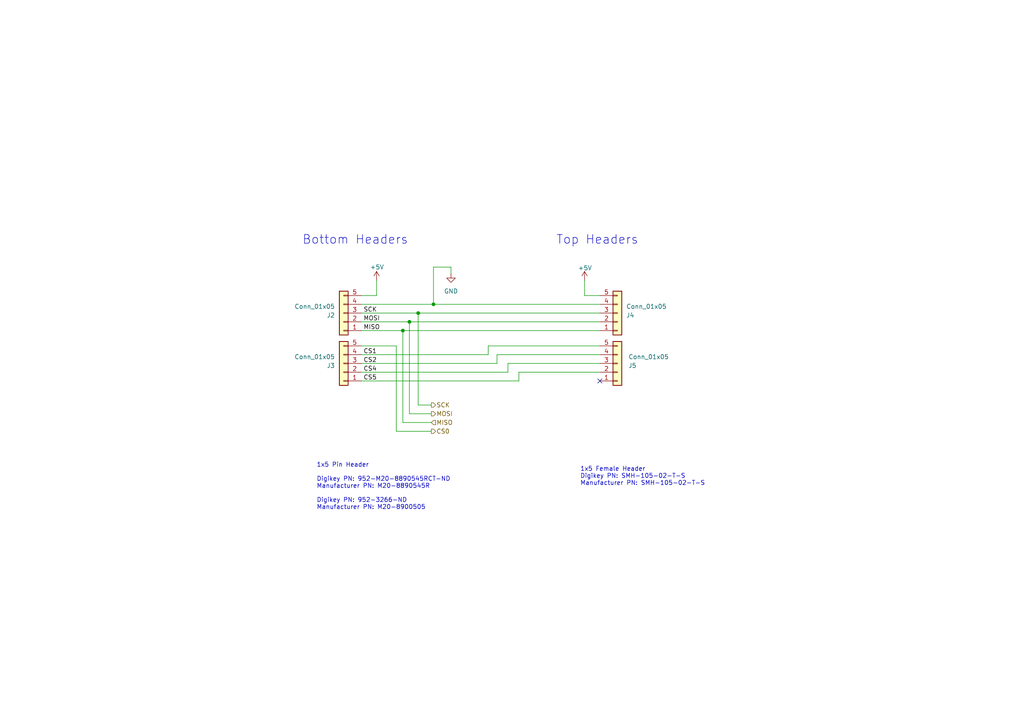
<source format=kicad_sch>
(kicad_sch (version 20250114) (generator "eeschema") (generator_version "9.0")
  (paper "A4")
  (lib_symbols
    (symbol "Connector_Generic:Conn_01x05" (pin_names (offset 1.016) (hide yes))
      (property "Reference" "J" (at 0 7.62 0))
      (property "Value" "Conn_01x05" (at 0 -7.62 0))
      (symbol "Conn_01x05_1_1"
        (rectangle (start -1.27 6.35) (end 1.27 -6.35) (stroke (width 0.254)) (fill (type background)))
        (rectangle (start -1.27 5.207) (end 0 4.953) (stroke (width 0.1524)))
        (rectangle (start -1.27 2.667) (end 0 2.413) (stroke (width 0.1524)))
        (rectangle (start -1.27 0.127) (end 0 -0.127) (stroke (width 0.1524)))
        (rectangle (start -1.27 -2.413) (end 0 -2.667) (stroke (width 0.1524)))
        (rectangle (start -1.27 -4.953) (end 0 -5.207) (stroke (width 0.1524)))
        (pin passive line (at -5.08 5.08 0) (length 3.81) (name "Pin_1") (number "1"))
        (pin passive line (at -5.08 2.54 0) (length 3.81) (name "Pin_2") (number "2"))
        (pin passive line (at -5.08 0 0) (length 3.81) (name "Pin_3") (number "3"))
        (pin passive line (at -5.08 -2.54 0) (length 3.81) (name "Pin_4") (number "4"))
        (pin passive line (at -5.08 -5.08 0) (length 3.81) (name "Pin_5") (number "5"))
      )
    )
    (symbol "power:+5V" (power) (pin_names (offset 0))
      (property "Value" "+5V" (at 0 3.556 0))
      (symbol "+5V_0_1"
        (polyline (pts (xy -0.762 1.27) (xy 0 2.54)))
        (polyline (pts (xy 0 2.54) (xy 0.762 1.27)))
        (polyline (pts (xy 0 0) (xy 0 2.54)))
      )
      (symbol "+5V_1_1"
        (pin power_in line (at 0 0 90) (length 0) (hide yes) (name "+5V") (number "1"))
      )
    )
    (symbol "power:GND" (power) (pin_names (offset 0))
      (property "Value" "GND" (at 0 -3.81 0))
      (symbol "GND_0_1"
        (polyline (pts (xy 0 0) (xy 0 -1.27) (xy 1.27 -1.27) (xy 0 -2.54) (xy -1.27 -1.27) (xy 0 -1.27)))
      )
      (symbol "GND_1_1"
        (pin power_in line (at 0 0 270) (length 0) (hide yes) (name "GND") (number "1"))
      )
    )
  )
  (text "1x5 Pin Header\n\nDigikey PN: 952-M20-8890545RCT-ND\nManufacturer PN: M20-8890545R\n\nDigikey PN: 952-3266-ND\nManufacturer PN: M20-8900505" (at 91.821 147.955 0) (effects (font (size 1.27 1.27)) (justify left bottom)))
  (text "Top Headers" (at 161.29 71.12 0) (effects (font (size 2.54 2.54)) (justify left bottom)))
  (text "1x5 Female Header\nDigikey PN: SMH-105-02-T-S\nManufacturer PN: SMH-105-02-T-S" (at 168.275 140.97 0) (effects (font (size 1.27 1.27)) (justify left bottom)))
  (text "Bottom Headers" (at 87.63 71.12 0) (effects (font (size 2.54 2.54)) (justify left bottom)))
  (junction (at 116.84 95.885))
  (junction (at 121.285 90.805))
  (junction (at 125.73 88.265))
  (junction (at 118.745 93.345))
  (no_connect (at 173.99 110.49))
  (wire (pts (xy 114.935 100.33) (xy 104.775 100.33)))
  (wire (pts (xy 125.095 125.095) (xy 114.935 125.095)))
  (wire (pts (xy 104.775 110.49) (xy 150.495 110.49)))
  (wire (pts (xy 121.285 90.805) (xy 121.285 117.475)))
  (wire (pts (xy 125.73 77.47) (xy 130.81 77.47)))
  (wire (pts (xy 125.73 88.265) (xy 125.73 77.47)))
  (wire (pts (xy 173.99 85.725) (xy 169.545 85.725)))
  (wire (pts (xy 141.605 102.87) (xy 141.605 100.33)))
  (wire (pts (xy 116.84 95.885) (xy 116.84 122.555)))
  (wire (pts (xy 116.84 95.885) (xy 173.99 95.885)))
  (wire (pts (xy 144.145 102.87) (xy 173.99 102.87)))
  (wire (pts (xy 121.285 90.805) (xy 173.99 90.805)))
  (wire (pts (xy 118.745 120.015) (xy 125.095 120.015)))
  (wire (pts (xy 125.73 88.265) (xy 173.99 88.265)))
  (wire (pts (xy 104.775 90.805) (xy 121.285 90.805)))
  (wire (pts (xy 104.775 85.725) (xy 109.22 85.725)))
  (wire (pts (xy 130.81 77.47) (xy 130.81 79.375)))
  (wire (pts (xy 118.745 93.345) (xy 173.99 93.345)))
  (wire (pts (xy 150.495 110.49) (xy 150.495 107.95)))
  (wire (pts (xy 116.84 122.555) (xy 125.095 122.555)))
  (wire (pts (xy 104.775 93.345) (xy 118.745 93.345)))
  (wire (pts (xy 141.605 100.33) (xy 173.99 100.33)))
  (wire (pts (xy 104.775 105.41) (xy 144.145 105.41)))
  (wire (pts (xy 147.32 107.95) (xy 147.32 105.41)))
  (wire (pts (xy 144.145 105.41) (xy 144.145 102.87)))
  (wire (pts (xy 114.935 125.095) (xy 114.935 100.33)))
  (wire (pts (xy 147.32 105.41) (xy 173.99 105.41)))
  (wire (pts (xy 104.775 107.95) (xy 147.32 107.95)))
  (wire (pts (xy 169.545 81.28) (xy 169.545 85.725)))
  (wire (pts (xy 104.775 88.265) (xy 125.73 88.265)))
  (wire (pts (xy 104.775 102.87) (xy 141.605 102.87)))
  (wire (pts (xy 150.495 107.95) (xy 173.99 107.95)))
  (wire (pts (xy 121.285 117.475) (xy 125.095 117.475)))
  (wire (pts (xy 109.22 81.28) (xy 109.22 85.725)))
  (wire (pts (xy 104.775 95.885) (xy 116.84 95.885)))
  (wire (pts (xy 118.745 93.345) (xy 118.745 120.015)))
  (label "CS1" (at 105.41 102.87 0))
  (label "MOSI" (at 105.41 93.345 0))
  (label "SCK" (at 105.41 90.805 0))
  (label "CS2" (at 105.41 105.41 0))
  (label "CS5" (at 105.41 110.49 0))
  (label "MISO" (at 105.41 95.885 0))
  (label "CS4" (at 105.41 107.95 0))
  (hierarchical_label "CS0" (shape output) (at 125.095 125.095 0))
  (hierarchical_label "MOSI" (shape output) (at 125.095 120.015 0))
  (hierarchical_label "SCK" (shape output) (at 125.095 117.475 0))
  (hierarchical_label "MISO" (shape input) (at 125.095 122.555 0))
  (symbol (lib_id "power:+5V") (at 169.545 81.28 0) (unit 1)
    (property "Reference" "#PWR070" (effects (hide yes)))
    (property "Value" "+5V" (at 169.672 77.724 0))
  )
  (symbol (lib_id "power:+5V") (at 109.22 81.28 0) (mirror y) (unit 1)
    (property "Reference" "#PWR056" (effects (hide yes)))
    (property "Value" "+5V" (at 109.347 77.47 0))
  )
  (symbol (lib_id "power:GND") (at 130.81 79.375 0) (unit 1)
    (property "Reference" "#PWR069" (effects (hide yes)))
    (property "Value" "GND" (at 130.81 84.455 0))
  )
  (symbol (lib_id "Connector_Generic:Conn_01x05") (at 179.07 105.41 0) (mirror x) (unit 1)
    (property "Reference" "J5" (at 182.245 106.045 0) (effects (justify left)))
    (property "Value" "Conn_01x05" (at 182.245 103.505 0) (effects (justify left)))
    (property "Footprint" "panel_custom:ConnRcpt_1x5_SMH-105-02-X-S" (effects (hide yes)))
  )
  (symbol (lib_id "Connector_Generic:Conn_01x05") (at 99.695 90.805 180) (unit 1)
    (property "Reference" "J2" (at 97.155 91.44 0) (effects (justify left)))
    (property "Value" "Conn_01x05" (at 97.155 88.9 0) (effects (justify left)))
    (property "Footprint" "panel_custom:PinHeader_1x5_M20-8890545R" (effects (hide yes)))
  )
  (symbol (lib_id "Connector_Generic:Conn_01x05") (at 179.07 90.805 0) (mirror x) (unit 1)
    (property "Reference" "J4" (at 181.61 91.44 0) (effects (justify left)))
    (property "Value" "Conn_01x05" (at 181.61 88.9 0) (effects (justify left)))
    (property "Footprint" "panel_custom:ConnRcpt_1x5_SMH-105-02-X-S" (effects (hide yes)))
  )
  (symbol (lib_id "Connector_Generic:Conn_01x05") (at 99.695 105.41 180) (unit 1)
    (property "Reference" "J3" (at 97.155 106.045 0) (effects (justify left)))
    (property "Value" "Conn_01x05" (at 97.155 103.505 0) (effects (justify left)))
    (property "Footprint" "panel_custom:PinHeader_1x5_M20-8890545R" (effects (hide yes)))
  )
)
</source>
